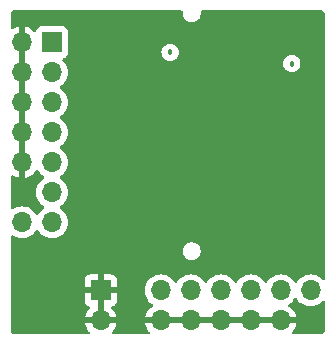
<source format=gbr>
%TF.GenerationSoftware,KiCad,Pcbnew,8.0.4*%
%TF.CreationDate,2024-10-02T17:37:58-07:00*%
%TF.ProjectId,SYZYGY-RGMII-tester,53595a59-4759-42d5-9247-4d49492d7465,rev?*%
%TF.SameCoordinates,Original*%
%TF.FileFunction,Copper,L3,Inr*%
%TF.FilePolarity,Positive*%
%FSLAX46Y46*%
G04 Gerber Fmt 4.6, Leading zero omitted, Abs format (unit mm)*
G04 Created by KiCad (PCBNEW 8.0.4) date 2024-10-02 17:37:58*
%MOMM*%
%LPD*%
G01*
G04 APERTURE LIST*
%TA.AperFunction,ComponentPad*%
%ADD10R,1.700000X1.700000*%
%TD*%
%TA.AperFunction,ComponentPad*%
%ADD11O,1.700000X1.700000*%
%TD*%
%TA.AperFunction,ViaPad*%
%ADD12C,0.457200*%
%TD*%
G04 APERTURE END LIST*
D10*
%TO.N,GND*%
%TO.C,J2*%
X111920000Y-96200000D03*
D11*
X111920000Y-98740000D03*
%TD*%
D10*
%TO.N,/TXD3_L*%
%TO.C,J1*%
X107800000Y-75200000D03*
D11*
%TO.N,GND*%
X105260000Y-75200000D03*
%TO.N,/TXD2_L*%
X107800000Y-77740000D03*
%TO.N,GND*%
X105260000Y-77740000D03*
%TO.N,/TXD1_L*%
X107800000Y-80280000D03*
%TO.N,GND*%
X105260000Y-80280000D03*
%TO.N,/TXD0_L*%
X107800000Y-82820000D03*
%TO.N,GND*%
X105260000Y-82820000D03*
%TO.N,/TX_CTL_L*%
X107800000Y-85360000D03*
%TO.N,GND*%
X105260000Y-85360000D03*
%TO.N,/TX_CLK_L*%
X107800000Y-87900000D03*
%TO.N,GND*%
X105260000Y-87900000D03*
%TO.N,VCC_L*%
X107800000Y-90440000D03*
%TO.N,VCC_H*%
X105260000Y-90440000D03*
%TD*%
D10*
%TO.N,GND*%
%TO.C,J4*%
X129700000Y-98740000D03*
D11*
%TO.N,/RXD1_L*%
X129700000Y-96200000D03*
%TO.N,GND*%
X127160000Y-98740000D03*
%TO.N,/RXD2_L*%
X127160000Y-96200000D03*
%TO.N,GND*%
X124620000Y-98740000D03*
%TO.N,/RXD3_L*%
X124620000Y-96200000D03*
%TO.N,GND*%
X122080000Y-98740000D03*
%TO.N,/RX_CTL_L*%
X122080000Y-96200000D03*
%TO.N,GND*%
X119540000Y-98740000D03*
%TO.N,/RX_CLK_L*%
X119540000Y-96200000D03*
%TO.N,GND*%
X117000000Y-98740000D03*
%TO.N,/RXD0_L*%
X117000000Y-96200000D03*
%TD*%
D12*
%TO.N,VCC_H*%
X117800000Y-76045000D03*
%TO.N,GND*%
X113600000Y-95700000D03*
X129600000Y-73700000D03*
X122300000Y-76600000D03*
X111600000Y-93700000D03*
X105600000Y-97700000D03*
X116400000Y-73300000D03*
X122300000Y-92600000D03*
X107600000Y-95700000D03*
X125600000Y-91700000D03*
X123600000Y-73700000D03*
X111600000Y-91700000D03*
X129600000Y-81700000D03*
X109600000Y-91700000D03*
X107600000Y-97700000D03*
X113600000Y-97700000D03*
X128100000Y-73400000D03*
X105600000Y-93700000D03*
X129600000Y-79700000D03*
X109600000Y-93700000D03*
X111600000Y-73700000D03*
X113600000Y-93700000D03*
X109600000Y-73700000D03*
X122300000Y-88900000D03*
X129600000Y-75700000D03*
X105600000Y-95700000D03*
X129600000Y-77700000D03*
X122300000Y-82800000D03*
X113600000Y-91700000D03*
X122300000Y-73000000D03*
X125600000Y-73700000D03*
X115600000Y-93700000D03*
X107600000Y-93700000D03*
%TO.N,VCC_L*%
X128100000Y-77000000D03*
%TD*%
%TA.AperFunction,Conductor*%
%TO.N,GND*%
G36*
X118820572Y-72520185D02*
G01*
X118866327Y-72572989D01*
X118876271Y-72642147D01*
X118875150Y-72648692D01*
X118869500Y-72677095D01*
X118869500Y-72826907D01*
X118898723Y-72973822D01*
X118898725Y-72973830D01*
X118956051Y-73112229D01*
X118956056Y-73112238D01*
X119039280Y-73236790D01*
X119039283Y-73236794D01*
X119145205Y-73342716D01*
X119145209Y-73342719D01*
X119269761Y-73425943D01*
X119269767Y-73425946D01*
X119269768Y-73425947D01*
X119408170Y-73483275D01*
X119555092Y-73512499D01*
X119555096Y-73512500D01*
X119555097Y-73512500D01*
X119704904Y-73512500D01*
X119704905Y-73512499D01*
X119851830Y-73483275D01*
X119990232Y-73425947D01*
X120114791Y-73342719D01*
X120220719Y-73236791D01*
X120303947Y-73112232D01*
X120361275Y-72973830D01*
X120390500Y-72826903D01*
X120390500Y-72677097D01*
X120384850Y-72648691D01*
X120391077Y-72579100D01*
X120433940Y-72523923D01*
X120499829Y-72500678D01*
X120506467Y-72500500D01*
X130641324Y-72500500D01*
X130708363Y-72520185D01*
X130729005Y-72536819D01*
X130863181Y-72670995D01*
X130896666Y-72732318D01*
X130899500Y-72758676D01*
X130899500Y-95190241D01*
X130879815Y-95257280D01*
X130827011Y-95303035D01*
X130757853Y-95312979D01*
X130694297Y-95283954D01*
X130687819Y-95277923D01*
X130652516Y-95242620D01*
X130571401Y-95161505D01*
X130571397Y-95161502D01*
X130571396Y-95161501D01*
X130377834Y-95025967D01*
X130377830Y-95025965D01*
X130306727Y-94992809D01*
X130163663Y-94926097D01*
X130163659Y-94926096D01*
X130163655Y-94926094D01*
X129935413Y-94864938D01*
X129935403Y-94864936D01*
X129700001Y-94844341D01*
X129699999Y-94844341D01*
X129464596Y-94864936D01*
X129464586Y-94864938D01*
X129236344Y-94926094D01*
X129236335Y-94926098D01*
X129022171Y-95025964D01*
X129022169Y-95025965D01*
X128828597Y-95161505D01*
X128661505Y-95328597D01*
X128531575Y-95514158D01*
X128476998Y-95557783D01*
X128407500Y-95564977D01*
X128345145Y-95533454D01*
X128328425Y-95514158D01*
X128198494Y-95328597D01*
X128031402Y-95161506D01*
X128031395Y-95161501D01*
X127837834Y-95025967D01*
X127837830Y-95025965D01*
X127766727Y-94992809D01*
X127623663Y-94926097D01*
X127623659Y-94926096D01*
X127623655Y-94926094D01*
X127395413Y-94864938D01*
X127395403Y-94864936D01*
X127160001Y-94844341D01*
X127159999Y-94844341D01*
X126924596Y-94864936D01*
X126924586Y-94864938D01*
X126696344Y-94926094D01*
X126696335Y-94926098D01*
X126482171Y-95025964D01*
X126482169Y-95025965D01*
X126288597Y-95161505D01*
X126121505Y-95328597D01*
X125991575Y-95514158D01*
X125936998Y-95557783D01*
X125867500Y-95564977D01*
X125805145Y-95533454D01*
X125788425Y-95514158D01*
X125658494Y-95328597D01*
X125491402Y-95161506D01*
X125491395Y-95161501D01*
X125297834Y-95025967D01*
X125297830Y-95025965D01*
X125226727Y-94992809D01*
X125083663Y-94926097D01*
X125083659Y-94926096D01*
X125083655Y-94926094D01*
X124855413Y-94864938D01*
X124855403Y-94864936D01*
X124620001Y-94844341D01*
X124619999Y-94844341D01*
X124384596Y-94864936D01*
X124384586Y-94864938D01*
X124156344Y-94926094D01*
X124156335Y-94926098D01*
X123942171Y-95025964D01*
X123942169Y-95025965D01*
X123748597Y-95161505D01*
X123581505Y-95328597D01*
X123451575Y-95514158D01*
X123396998Y-95557783D01*
X123327500Y-95564977D01*
X123265145Y-95533454D01*
X123248425Y-95514158D01*
X123118494Y-95328597D01*
X122951402Y-95161506D01*
X122951395Y-95161501D01*
X122757834Y-95025967D01*
X122757830Y-95025965D01*
X122686727Y-94992809D01*
X122543663Y-94926097D01*
X122543659Y-94926096D01*
X122543655Y-94926094D01*
X122315413Y-94864938D01*
X122315403Y-94864936D01*
X122080001Y-94844341D01*
X122079999Y-94844341D01*
X121844596Y-94864936D01*
X121844586Y-94864938D01*
X121616344Y-94926094D01*
X121616335Y-94926098D01*
X121402171Y-95025964D01*
X121402169Y-95025965D01*
X121208597Y-95161505D01*
X121041505Y-95328597D01*
X120911575Y-95514158D01*
X120856998Y-95557783D01*
X120787500Y-95564977D01*
X120725145Y-95533454D01*
X120708425Y-95514158D01*
X120578494Y-95328597D01*
X120411402Y-95161506D01*
X120411395Y-95161501D01*
X120217834Y-95025967D01*
X120217830Y-95025965D01*
X120146727Y-94992809D01*
X120003663Y-94926097D01*
X120003659Y-94926096D01*
X120003655Y-94926094D01*
X119775413Y-94864938D01*
X119775403Y-94864936D01*
X119540001Y-94844341D01*
X119539999Y-94844341D01*
X119304596Y-94864936D01*
X119304586Y-94864938D01*
X119076344Y-94926094D01*
X119076335Y-94926098D01*
X118862171Y-95025964D01*
X118862169Y-95025965D01*
X118668597Y-95161505D01*
X118501505Y-95328597D01*
X118371575Y-95514158D01*
X118316998Y-95557783D01*
X118247500Y-95564977D01*
X118185145Y-95533454D01*
X118168425Y-95514158D01*
X118038494Y-95328597D01*
X117871402Y-95161506D01*
X117871395Y-95161501D01*
X117677834Y-95025967D01*
X117677830Y-95025965D01*
X117606727Y-94992809D01*
X117463663Y-94926097D01*
X117463659Y-94926096D01*
X117463655Y-94926094D01*
X117235413Y-94864938D01*
X117235403Y-94864936D01*
X117000001Y-94844341D01*
X116999999Y-94844341D01*
X116764596Y-94864936D01*
X116764586Y-94864938D01*
X116536344Y-94926094D01*
X116536335Y-94926098D01*
X116322171Y-95025964D01*
X116322169Y-95025965D01*
X116128597Y-95161505D01*
X115961505Y-95328597D01*
X115825965Y-95522169D01*
X115825964Y-95522171D01*
X115726098Y-95736335D01*
X115726094Y-95736344D01*
X115664938Y-95964586D01*
X115664936Y-95964596D01*
X115644341Y-96199999D01*
X115644341Y-96200000D01*
X115664936Y-96435403D01*
X115664938Y-96435413D01*
X115726094Y-96663655D01*
X115726096Y-96663659D01*
X115726097Y-96663663D01*
X115800500Y-96823220D01*
X115825965Y-96877830D01*
X115825967Y-96877834D01*
X115934281Y-97032521D01*
X115961501Y-97071396D01*
X115961506Y-97071402D01*
X116128597Y-97238493D01*
X116128603Y-97238498D01*
X116314594Y-97368730D01*
X116358219Y-97423307D01*
X116365413Y-97492805D01*
X116333890Y-97555160D01*
X116314595Y-97571880D01*
X116128922Y-97701890D01*
X116128920Y-97701891D01*
X115961891Y-97868920D01*
X115961886Y-97868926D01*
X115826400Y-98062420D01*
X115826399Y-98062422D01*
X115726570Y-98276507D01*
X115726567Y-98276513D01*
X115669364Y-98489999D01*
X115669364Y-98490000D01*
X116566988Y-98490000D01*
X116534075Y-98547007D01*
X116500000Y-98674174D01*
X116500000Y-98805826D01*
X116534075Y-98932993D01*
X116566988Y-98990000D01*
X115669364Y-98990000D01*
X115726567Y-99203486D01*
X115726570Y-99203492D01*
X115826399Y-99417578D01*
X115961894Y-99611082D01*
X116038631Y-99687819D01*
X116072116Y-99749142D01*
X116067132Y-99818834D01*
X116025260Y-99874767D01*
X115959796Y-99899184D01*
X115950950Y-99899500D01*
X112969050Y-99899500D01*
X112902011Y-99879815D01*
X112856256Y-99827011D01*
X112846312Y-99757853D01*
X112875337Y-99694297D01*
X112881369Y-99687819D01*
X112958105Y-99611082D01*
X113093600Y-99417578D01*
X113193429Y-99203492D01*
X113193432Y-99203486D01*
X113250636Y-98990000D01*
X112353012Y-98990000D01*
X112385925Y-98932993D01*
X112420000Y-98805826D01*
X112420000Y-98674174D01*
X112385925Y-98547007D01*
X112353012Y-98490000D01*
X113250636Y-98490000D01*
X113250635Y-98489999D01*
X113193432Y-98276513D01*
X113193429Y-98276507D01*
X113093600Y-98062422D01*
X113093599Y-98062420D01*
X112958113Y-97868926D01*
X112958108Y-97868920D01*
X112835665Y-97746477D01*
X112802180Y-97685154D01*
X112807164Y-97615462D01*
X112849036Y-97559529D01*
X112880013Y-97542614D01*
X113012086Y-97493354D01*
X113012093Y-97493350D01*
X113127187Y-97407190D01*
X113127190Y-97407187D01*
X113213350Y-97292093D01*
X113213354Y-97292086D01*
X113263596Y-97157379D01*
X113263598Y-97157372D01*
X113269999Y-97097844D01*
X113270000Y-97097827D01*
X113270000Y-96450000D01*
X112353012Y-96450000D01*
X112385925Y-96392993D01*
X112420000Y-96265826D01*
X112420000Y-96134174D01*
X112385925Y-96007007D01*
X112353012Y-95950000D01*
X113270000Y-95950000D01*
X113270000Y-95302172D01*
X113269999Y-95302155D01*
X113263598Y-95242627D01*
X113263596Y-95242620D01*
X113213354Y-95107913D01*
X113213350Y-95107906D01*
X113127190Y-94992812D01*
X113127187Y-94992809D01*
X113012093Y-94906649D01*
X113012086Y-94906645D01*
X112877379Y-94856403D01*
X112877372Y-94856401D01*
X112817844Y-94850000D01*
X112170000Y-94850000D01*
X112170000Y-95766988D01*
X112112993Y-95734075D01*
X111985826Y-95700000D01*
X111854174Y-95700000D01*
X111727007Y-95734075D01*
X111670000Y-95766988D01*
X111670000Y-94850000D01*
X111022155Y-94850000D01*
X110962627Y-94856401D01*
X110962620Y-94856403D01*
X110827913Y-94906645D01*
X110827906Y-94906649D01*
X110712812Y-94992809D01*
X110712809Y-94992812D01*
X110626649Y-95107906D01*
X110626645Y-95107913D01*
X110576403Y-95242620D01*
X110576401Y-95242627D01*
X110570000Y-95302155D01*
X110570000Y-95950000D01*
X111486988Y-95950000D01*
X111454075Y-96007007D01*
X111420000Y-96134174D01*
X111420000Y-96265826D01*
X111454075Y-96392993D01*
X111486988Y-96450000D01*
X110570000Y-96450000D01*
X110570000Y-97097844D01*
X110576401Y-97157372D01*
X110576403Y-97157379D01*
X110626645Y-97292086D01*
X110626649Y-97292093D01*
X110712809Y-97407187D01*
X110712812Y-97407190D01*
X110827906Y-97493350D01*
X110827913Y-97493354D01*
X110959986Y-97542614D01*
X111015920Y-97584485D01*
X111040337Y-97649949D01*
X111025486Y-97718222D01*
X111004335Y-97746477D01*
X110881886Y-97868926D01*
X110746400Y-98062420D01*
X110746399Y-98062422D01*
X110646570Y-98276507D01*
X110646567Y-98276513D01*
X110589364Y-98489999D01*
X110589364Y-98490000D01*
X111486988Y-98490000D01*
X111454075Y-98547007D01*
X111420000Y-98674174D01*
X111420000Y-98805826D01*
X111454075Y-98932993D01*
X111486988Y-98990000D01*
X110589364Y-98990000D01*
X110646567Y-99203486D01*
X110646570Y-99203492D01*
X110746399Y-99417578D01*
X110881894Y-99611082D01*
X110958631Y-99687819D01*
X110992116Y-99749142D01*
X110987132Y-99818834D01*
X110945260Y-99874767D01*
X110879796Y-99899184D01*
X110870950Y-99899500D01*
X104558676Y-99899500D01*
X104491637Y-99879815D01*
X104470995Y-99863181D01*
X104336819Y-99729005D01*
X104303334Y-99667682D01*
X104300500Y-99641324D01*
X104300500Y-92810092D01*
X118869500Y-92810092D01*
X118869500Y-92959907D01*
X118898723Y-93106822D01*
X118898725Y-93106830D01*
X118956051Y-93245229D01*
X118956056Y-93245238D01*
X119039280Y-93369790D01*
X119039283Y-93369794D01*
X119145205Y-93475716D01*
X119145209Y-93475719D01*
X119269761Y-93558943D01*
X119269767Y-93558946D01*
X119269768Y-93558947D01*
X119408170Y-93616275D01*
X119555092Y-93645499D01*
X119555096Y-93645500D01*
X119555097Y-93645500D01*
X119704904Y-93645500D01*
X119704905Y-93645499D01*
X119851830Y-93616275D01*
X119990232Y-93558947D01*
X120114791Y-93475719D01*
X120220719Y-93369791D01*
X120303947Y-93245232D01*
X120361275Y-93106830D01*
X120390500Y-92959903D01*
X120390500Y-92810097D01*
X120361275Y-92663170D01*
X120303947Y-92524768D01*
X120303946Y-92524767D01*
X120303943Y-92524761D01*
X120220719Y-92400209D01*
X120220716Y-92400205D01*
X120114794Y-92294283D01*
X120114790Y-92294280D01*
X119990238Y-92211056D01*
X119990229Y-92211051D01*
X119851830Y-92153725D01*
X119851822Y-92153723D01*
X119704907Y-92124500D01*
X119704903Y-92124500D01*
X119555097Y-92124500D01*
X119555092Y-92124500D01*
X119408177Y-92153723D01*
X119408169Y-92153725D01*
X119269770Y-92211051D01*
X119269761Y-92211056D01*
X119145209Y-92294280D01*
X119145205Y-92294283D01*
X119039283Y-92400205D01*
X119039280Y-92400209D01*
X118956056Y-92524761D01*
X118956051Y-92524770D01*
X118898725Y-92663169D01*
X118898723Y-92663177D01*
X118869500Y-92810092D01*
X104300500Y-92810092D01*
X104300500Y-91655009D01*
X104320185Y-91587970D01*
X104372989Y-91542215D01*
X104442147Y-91532271D01*
X104495621Y-91553432D01*
X104582170Y-91614035D01*
X104796337Y-91713903D01*
X105024592Y-91775063D01*
X105212918Y-91791539D01*
X105259999Y-91795659D01*
X105260000Y-91795659D01*
X105260001Y-91795659D01*
X105299234Y-91792226D01*
X105495408Y-91775063D01*
X105723663Y-91713903D01*
X105937830Y-91614035D01*
X106131401Y-91478495D01*
X106298495Y-91311401D01*
X106428425Y-91125842D01*
X106483002Y-91082217D01*
X106552500Y-91075023D01*
X106614855Y-91106546D01*
X106631575Y-91125842D01*
X106761500Y-91311395D01*
X106761505Y-91311401D01*
X106928599Y-91478495D01*
X107005399Y-91532271D01*
X107122165Y-91614032D01*
X107122167Y-91614033D01*
X107122170Y-91614035D01*
X107336337Y-91713903D01*
X107564592Y-91775063D01*
X107752918Y-91791539D01*
X107799999Y-91795659D01*
X107800000Y-91795659D01*
X107800001Y-91795659D01*
X107839234Y-91792226D01*
X108035408Y-91775063D01*
X108263663Y-91713903D01*
X108477830Y-91614035D01*
X108671401Y-91478495D01*
X108838495Y-91311401D01*
X108974035Y-91117830D01*
X109073903Y-90903663D01*
X109135063Y-90675408D01*
X109155659Y-90440000D01*
X109135063Y-90204592D01*
X109073903Y-89976337D01*
X108974035Y-89762171D01*
X108968425Y-89754158D01*
X108838494Y-89568597D01*
X108671402Y-89401506D01*
X108671396Y-89401501D01*
X108485842Y-89271575D01*
X108442217Y-89216998D01*
X108435023Y-89147500D01*
X108466546Y-89085145D01*
X108485842Y-89068425D01*
X108508026Y-89052891D01*
X108671401Y-88938495D01*
X108838495Y-88771401D01*
X108974035Y-88577830D01*
X109073903Y-88363663D01*
X109135063Y-88135408D01*
X109155659Y-87900000D01*
X109135063Y-87664592D01*
X109073903Y-87436337D01*
X108974035Y-87222171D01*
X108838495Y-87028599D01*
X108838494Y-87028597D01*
X108671402Y-86861506D01*
X108671396Y-86861501D01*
X108485842Y-86731575D01*
X108442217Y-86676998D01*
X108435023Y-86607500D01*
X108466546Y-86545145D01*
X108485842Y-86528425D01*
X108515927Y-86507359D01*
X108671401Y-86398495D01*
X108838495Y-86231401D01*
X108974035Y-86037830D01*
X109073903Y-85823663D01*
X109135063Y-85595408D01*
X109155659Y-85360000D01*
X109135063Y-85124592D01*
X109073903Y-84896337D01*
X108974035Y-84682171D01*
X108968731Y-84674595D01*
X108838494Y-84488597D01*
X108671402Y-84321506D01*
X108671396Y-84321501D01*
X108485842Y-84191575D01*
X108442217Y-84136998D01*
X108435023Y-84067500D01*
X108466546Y-84005145D01*
X108485842Y-83988425D01*
X108508026Y-83972891D01*
X108671401Y-83858495D01*
X108838495Y-83691401D01*
X108974035Y-83497830D01*
X109073903Y-83283663D01*
X109135063Y-83055408D01*
X109155659Y-82820000D01*
X109135063Y-82584592D01*
X109073903Y-82356337D01*
X108974035Y-82142171D01*
X108968731Y-82134595D01*
X108838494Y-81948597D01*
X108671402Y-81781506D01*
X108671396Y-81781501D01*
X108485842Y-81651575D01*
X108442217Y-81596998D01*
X108435023Y-81527500D01*
X108466546Y-81465145D01*
X108485842Y-81448425D01*
X108508026Y-81432891D01*
X108671401Y-81318495D01*
X108838495Y-81151401D01*
X108974035Y-80957830D01*
X109073903Y-80743663D01*
X109135063Y-80515408D01*
X109155659Y-80280000D01*
X109135063Y-80044592D01*
X109073903Y-79816337D01*
X108974035Y-79602171D01*
X108968731Y-79594595D01*
X108838494Y-79408597D01*
X108671402Y-79241506D01*
X108671396Y-79241501D01*
X108485842Y-79111575D01*
X108442217Y-79056998D01*
X108435023Y-78987500D01*
X108466546Y-78925145D01*
X108485842Y-78908425D01*
X108508026Y-78892891D01*
X108671401Y-78778495D01*
X108838495Y-78611401D01*
X108974035Y-78417830D01*
X109073903Y-78203663D01*
X109135063Y-77975408D01*
X109155659Y-77740000D01*
X109153499Y-77715317D01*
X109135063Y-77504596D01*
X109135063Y-77504592D01*
X109073903Y-77276337D01*
X108974035Y-77062171D01*
X108968730Y-77054595D01*
X108930500Y-76999996D01*
X127366287Y-76999996D01*
X127366287Y-77000003D01*
X127384681Y-77163261D01*
X127384682Y-77163265D01*
X127438947Y-77318347D01*
X127510984Y-77432993D01*
X127526360Y-77457463D01*
X127642537Y-77573640D01*
X127781654Y-77661053D01*
X127936733Y-77715317D01*
X127936734Y-77715317D01*
X127936738Y-77715318D01*
X128099996Y-77733713D01*
X128100000Y-77733713D01*
X128100004Y-77733713D01*
X128263261Y-77715318D01*
X128263263Y-77715317D01*
X128263267Y-77715317D01*
X128418346Y-77661053D01*
X128557463Y-77573640D01*
X128673640Y-77457463D01*
X128761053Y-77318346D01*
X128815317Y-77163267D01*
X128821836Y-77105412D01*
X128833713Y-77000003D01*
X128833713Y-76999996D01*
X128815318Y-76836738D01*
X128815317Y-76836734D01*
X128769590Y-76706053D01*
X128761053Y-76681654D01*
X128673640Y-76542537D01*
X128557463Y-76426360D01*
X128491870Y-76385145D01*
X128418347Y-76338947D01*
X128263265Y-76284682D01*
X128263261Y-76284681D01*
X128100004Y-76266287D01*
X128099996Y-76266287D01*
X127936738Y-76284681D01*
X127936734Y-76284682D01*
X127781652Y-76338947D01*
X127642536Y-76426360D01*
X127526360Y-76542536D01*
X127438947Y-76681652D01*
X127384682Y-76836734D01*
X127384681Y-76836738D01*
X127366287Y-76999996D01*
X108930500Y-76999996D01*
X108838496Y-76868600D01*
X108806629Y-76836733D01*
X108716567Y-76746671D01*
X108683084Y-76685351D01*
X108688068Y-76615659D01*
X108729939Y-76559725D01*
X108760915Y-76542810D01*
X108892331Y-76493796D01*
X109007546Y-76407546D01*
X109093796Y-76292331D01*
X109144091Y-76157483D01*
X109150500Y-76097873D01*
X109150500Y-76044996D01*
X117066287Y-76044996D01*
X117066287Y-76045003D01*
X117084681Y-76208261D01*
X117084682Y-76208265D01*
X117138947Y-76363347D01*
X117166720Y-76407547D01*
X117226360Y-76502463D01*
X117342537Y-76618640D01*
X117481654Y-76706053D01*
X117636733Y-76760317D01*
X117636734Y-76760317D01*
X117636738Y-76760318D01*
X117799996Y-76778713D01*
X117800000Y-76778713D01*
X117800004Y-76778713D01*
X117963261Y-76760318D01*
X117963263Y-76760317D01*
X117963267Y-76760317D01*
X118118346Y-76706053D01*
X118257463Y-76618640D01*
X118373640Y-76502463D01*
X118461053Y-76363346D01*
X118515317Y-76208267D01*
X118515318Y-76208261D01*
X118533713Y-76045003D01*
X118533713Y-76044996D01*
X118515318Y-75881738D01*
X118515317Y-75881734D01*
X118461052Y-75726652D01*
X118373639Y-75587536D01*
X118257463Y-75471360D01*
X118118347Y-75383947D01*
X117963265Y-75329682D01*
X117963261Y-75329681D01*
X117800004Y-75311287D01*
X117799996Y-75311287D01*
X117636738Y-75329681D01*
X117636734Y-75329682D01*
X117481652Y-75383947D01*
X117342536Y-75471360D01*
X117226360Y-75587536D01*
X117138947Y-75726652D01*
X117084682Y-75881734D01*
X117084681Y-75881738D01*
X117066287Y-76044996D01*
X109150500Y-76044996D01*
X109150499Y-74302128D01*
X109144091Y-74242517D01*
X109143002Y-74239598D01*
X109093797Y-74107671D01*
X109093793Y-74107664D01*
X109007547Y-73992455D01*
X109007544Y-73992452D01*
X108892335Y-73906206D01*
X108892328Y-73906202D01*
X108757482Y-73855908D01*
X108757483Y-73855908D01*
X108697883Y-73849501D01*
X108697881Y-73849500D01*
X108697873Y-73849500D01*
X108697864Y-73849500D01*
X106902129Y-73849500D01*
X106902123Y-73849501D01*
X106842516Y-73855908D01*
X106707671Y-73906202D01*
X106707664Y-73906206D01*
X106592455Y-73992452D01*
X106592452Y-73992455D01*
X106506206Y-74107664D01*
X106506202Y-74107671D01*
X106456997Y-74239598D01*
X106415126Y-74295532D01*
X106349661Y-74319949D01*
X106281388Y-74305097D01*
X106253134Y-74283946D01*
X106131082Y-74161894D01*
X105937578Y-74026399D01*
X105723492Y-73926570D01*
X105723486Y-73926567D01*
X105510000Y-73869364D01*
X105510000Y-74766988D01*
X105452993Y-74734075D01*
X105325826Y-74700000D01*
X105194174Y-74700000D01*
X105067007Y-74734075D01*
X105010000Y-74766988D01*
X105010000Y-73869364D01*
X105009999Y-73869364D01*
X104796513Y-73926567D01*
X104796507Y-73926570D01*
X104582422Y-74026399D01*
X104582420Y-74026400D01*
X104495623Y-74087176D01*
X104429416Y-74109503D01*
X104361649Y-74092492D01*
X104313837Y-74041544D01*
X104300500Y-73985601D01*
X104300500Y-72758676D01*
X104320185Y-72691637D01*
X104336819Y-72670995D01*
X104470995Y-72536819D01*
X104532318Y-72503334D01*
X104558676Y-72500500D01*
X118753533Y-72500500D01*
X118820572Y-72520185D01*
G37*
%TD.AperFunction*%
%TA.AperFunction,Conductor*%
G36*
X128514855Y-96866546D02*
G01*
X128531575Y-96885842D01*
X128661500Y-97071395D01*
X128661505Y-97071401D01*
X128828599Y-97238495D01*
X128905135Y-97292086D01*
X129022165Y-97374032D01*
X129022167Y-97374033D01*
X129022170Y-97374035D01*
X129236337Y-97473903D01*
X129464592Y-97535063D01*
X129652918Y-97551539D01*
X129699999Y-97555659D01*
X129700000Y-97555659D01*
X129700001Y-97555659D01*
X129739234Y-97552226D01*
X129935408Y-97535063D01*
X130163663Y-97473903D01*
X130377830Y-97374035D01*
X130571401Y-97238495D01*
X130687819Y-97122077D01*
X130749142Y-97088592D01*
X130818834Y-97093576D01*
X130874767Y-97135448D01*
X130899184Y-97200912D01*
X130899500Y-97209758D01*
X130899500Y-99641324D01*
X130879815Y-99708363D01*
X130863181Y-99729005D01*
X130729005Y-99863181D01*
X130667682Y-99896666D01*
X130641324Y-99899500D01*
X128209050Y-99899500D01*
X128142011Y-99879815D01*
X128096256Y-99827011D01*
X128086312Y-99757853D01*
X128115337Y-99694297D01*
X128121369Y-99687819D01*
X128198105Y-99611082D01*
X128333600Y-99417578D01*
X128433429Y-99203492D01*
X128433432Y-99203486D01*
X128490636Y-98990000D01*
X127593012Y-98990000D01*
X127625925Y-98932993D01*
X127660000Y-98805826D01*
X127660000Y-98674174D01*
X127625925Y-98547007D01*
X127593012Y-98490000D01*
X128490636Y-98490000D01*
X128490635Y-98489999D01*
X128433432Y-98276513D01*
X128433429Y-98276507D01*
X128333600Y-98062422D01*
X128333599Y-98062420D01*
X128198113Y-97868926D01*
X128198108Y-97868920D01*
X128031078Y-97701890D01*
X127845405Y-97571879D01*
X127801780Y-97517302D01*
X127794588Y-97447804D01*
X127826110Y-97385449D01*
X127845406Y-97368730D01*
X127954865Y-97292086D01*
X128031401Y-97238495D01*
X128198495Y-97071401D01*
X128328425Y-96885842D01*
X128383002Y-96842217D01*
X128452500Y-96835023D01*
X128514855Y-96866546D01*
G37*
%TD.AperFunction*%
%TA.AperFunction,Conductor*%
G36*
X119074075Y-98547007D02*
G01*
X119040000Y-98674174D01*
X119040000Y-98805826D01*
X119074075Y-98932993D01*
X119106988Y-98990000D01*
X117433012Y-98990000D01*
X117465925Y-98932993D01*
X117500000Y-98805826D01*
X117500000Y-98674174D01*
X117465925Y-98547007D01*
X117433012Y-98490000D01*
X119106988Y-98490000D01*
X119074075Y-98547007D01*
G37*
%TD.AperFunction*%
%TA.AperFunction,Conductor*%
G36*
X121614075Y-98547007D02*
G01*
X121580000Y-98674174D01*
X121580000Y-98805826D01*
X121614075Y-98932993D01*
X121646988Y-98990000D01*
X119973012Y-98990000D01*
X120005925Y-98932993D01*
X120040000Y-98805826D01*
X120040000Y-98674174D01*
X120005925Y-98547007D01*
X119973012Y-98490000D01*
X121646988Y-98490000D01*
X121614075Y-98547007D01*
G37*
%TD.AperFunction*%
%TA.AperFunction,Conductor*%
G36*
X124154075Y-98547007D02*
G01*
X124120000Y-98674174D01*
X124120000Y-98805826D01*
X124154075Y-98932993D01*
X124186988Y-98990000D01*
X122513012Y-98990000D01*
X122545925Y-98932993D01*
X122580000Y-98805826D01*
X122580000Y-98674174D01*
X122545925Y-98547007D01*
X122513012Y-98490000D01*
X124186988Y-98490000D01*
X124154075Y-98547007D01*
G37*
%TD.AperFunction*%
%TA.AperFunction,Conductor*%
G36*
X126694075Y-98547007D02*
G01*
X126660000Y-98674174D01*
X126660000Y-98805826D01*
X126694075Y-98932993D01*
X126726988Y-98990000D01*
X125053012Y-98990000D01*
X125085925Y-98932993D01*
X125120000Y-98805826D01*
X125120000Y-98674174D01*
X125085925Y-98547007D01*
X125053012Y-98490000D01*
X126726988Y-98490000D01*
X126694075Y-98547007D01*
G37*
%TD.AperFunction*%
%TA.AperFunction,Conductor*%
G36*
X112170000Y-98306988D02*
G01*
X112112993Y-98274075D01*
X111985826Y-98240000D01*
X111854174Y-98240000D01*
X111727007Y-98274075D01*
X111670000Y-98306988D01*
X111670000Y-96633012D01*
X111727007Y-96665925D01*
X111854174Y-96700000D01*
X111985826Y-96700000D01*
X112112993Y-96665925D01*
X112170000Y-96633012D01*
X112170000Y-98306988D01*
G37*
%TD.AperFunction*%
%TA.AperFunction,Conductor*%
G36*
X105510000Y-86690633D02*
G01*
X105723483Y-86633433D01*
X105723492Y-86633429D01*
X105937578Y-86533600D01*
X106131082Y-86398105D01*
X106298105Y-86231082D01*
X106428119Y-86045405D01*
X106482696Y-86001781D01*
X106552195Y-85994588D01*
X106614549Y-86026110D01*
X106631269Y-86045405D01*
X106761505Y-86231401D01*
X106761506Y-86231402D01*
X106928597Y-86398493D01*
X106928603Y-86398498D01*
X107114158Y-86528425D01*
X107157783Y-86583002D01*
X107164977Y-86652500D01*
X107133454Y-86714855D01*
X107114158Y-86731575D01*
X106928597Y-86861505D01*
X106761505Y-87028597D01*
X106625965Y-87222169D01*
X106625964Y-87222171D01*
X106526098Y-87436335D01*
X106526094Y-87436344D01*
X106464938Y-87664586D01*
X106464936Y-87664596D01*
X106444341Y-87899999D01*
X106444341Y-87900000D01*
X106464936Y-88135403D01*
X106464938Y-88135413D01*
X106526094Y-88363655D01*
X106526096Y-88363659D01*
X106526097Y-88363663D01*
X106625965Y-88577830D01*
X106625967Y-88577834D01*
X106761501Y-88771395D01*
X106761506Y-88771402D01*
X106928597Y-88938493D01*
X106928603Y-88938498D01*
X107114158Y-89068425D01*
X107157783Y-89123002D01*
X107164977Y-89192500D01*
X107133454Y-89254855D01*
X107114158Y-89271575D01*
X106928597Y-89401505D01*
X106761505Y-89568597D01*
X106631575Y-89754158D01*
X106576998Y-89797783D01*
X106507500Y-89804977D01*
X106445145Y-89773454D01*
X106428425Y-89754158D01*
X106298494Y-89568597D01*
X106131402Y-89401506D01*
X106131395Y-89401501D01*
X105937834Y-89265967D01*
X105937830Y-89265965D01*
X105937826Y-89265963D01*
X105723663Y-89166097D01*
X105723659Y-89166096D01*
X105723655Y-89166094D01*
X105495413Y-89104938D01*
X105495403Y-89104936D01*
X105260001Y-89084341D01*
X105259999Y-89084341D01*
X105024596Y-89104936D01*
X105024586Y-89104938D01*
X104796344Y-89166094D01*
X104796335Y-89166098D01*
X104582174Y-89265963D01*
X104495623Y-89326566D01*
X104429416Y-89348893D01*
X104361649Y-89331881D01*
X104313837Y-89280933D01*
X104300500Y-89224990D01*
X104300500Y-86574398D01*
X104320185Y-86507359D01*
X104372989Y-86461604D01*
X104442147Y-86451660D01*
X104495624Y-86472823D01*
X104582421Y-86533600D01*
X104796507Y-86633429D01*
X104796516Y-86633433D01*
X105010000Y-86690634D01*
X105010000Y-85793012D01*
X105067007Y-85825925D01*
X105194174Y-85860000D01*
X105325826Y-85860000D01*
X105452993Y-85825925D01*
X105510000Y-85793012D01*
X105510000Y-86690633D01*
G37*
%TD.AperFunction*%
%TA.AperFunction,Conductor*%
G36*
X105510000Y-84926988D02*
G01*
X105452993Y-84894075D01*
X105325826Y-84860000D01*
X105194174Y-84860000D01*
X105067007Y-84894075D01*
X105010000Y-84926988D01*
X105010000Y-83253012D01*
X105067007Y-83285925D01*
X105194174Y-83320000D01*
X105325826Y-83320000D01*
X105452993Y-83285925D01*
X105510000Y-83253012D01*
X105510000Y-84926988D01*
G37*
%TD.AperFunction*%
%TA.AperFunction,Conductor*%
G36*
X105510000Y-82386988D02*
G01*
X105452993Y-82354075D01*
X105325826Y-82320000D01*
X105194174Y-82320000D01*
X105067007Y-82354075D01*
X105010000Y-82386988D01*
X105010000Y-80713012D01*
X105067007Y-80745925D01*
X105194174Y-80780000D01*
X105325826Y-80780000D01*
X105452993Y-80745925D01*
X105510000Y-80713012D01*
X105510000Y-82386988D01*
G37*
%TD.AperFunction*%
%TA.AperFunction,Conductor*%
G36*
X105510000Y-79846988D02*
G01*
X105452993Y-79814075D01*
X105325826Y-79780000D01*
X105194174Y-79780000D01*
X105067007Y-79814075D01*
X105010000Y-79846988D01*
X105010000Y-78173012D01*
X105067007Y-78205925D01*
X105194174Y-78240000D01*
X105325826Y-78240000D01*
X105452993Y-78205925D01*
X105510000Y-78173012D01*
X105510000Y-79846988D01*
G37*
%TD.AperFunction*%
%TA.AperFunction,Conductor*%
G36*
X105510000Y-77306988D02*
G01*
X105452993Y-77274075D01*
X105325826Y-77240000D01*
X105194174Y-77240000D01*
X105067007Y-77274075D01*
X105010000Y-77306988D01*
X105010000Y-75633012D01*
X105067007Y-75665925D01*
X105194174Y-75700000D01*
X105325826Y-75700000D01*
X105452993Y-75665925D01*
X105510000Y-75633012D01*
X105510000Y-77306988D01*
G37*
%TD.AperFunction*%
%TD*%
M02*

</source>
